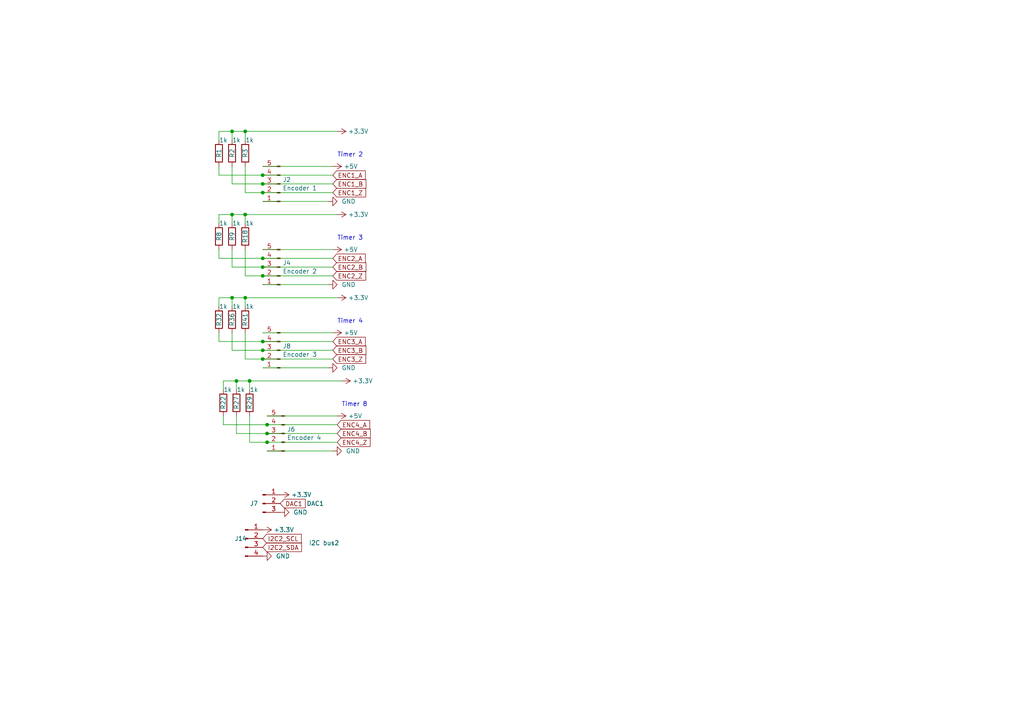
<source format=kicad_sch>
(kicad_sch (version 20230121) (generator eeschema)

  (uuid d19c7c83-0eea-4332-958a-4c973a41eedf)

  (paper "A4")

  (lib_symbols
    (symbol "Connector:Conn_01x03_Pin" (pin_names (offset 1.016) hide) (in_bom yes) (on_board yes)
      (property "Reference" "J" (at 0 5.08 0)
        (effects (font (size 1.27 1.27)))
      )
      (property "Value" "Conn_01x03_Pin" (at 0 -5.08 0)
        (effects (font (size 1.27 1.27)))
      )
      (property "Footprint" "" (at 0 0 0)
        (effects (font (size 1.27 1.27)) hide)
      )
      (property "Datasheet" "~" (at 0 0 0)
        (effects (font (size 1.27 1.27)) hide)
      )
      (property "ki_locked" "" (at 0 0 0)
        (effects (font (size 1.27 1.27)))
      )
      (property "ki_keywords" "connector" (at 0 0 0)
        (effects (font (size 1.27 1.27)) hide)
      )
      (property "ki_description" "Generic connector, single row, 01x03, script generated" (at 0 0 0)
        (effects (font (size 1.27 1.27)) hide)
      )
      (property "ki_fp_filters" "Connector*:*_1x??_*" (at 0 0 0)
        (effects (font (size 1.27 1.27)) hide)
      )
      (symbol "Conn_01x03_Pin_1_1"
        (polyline
          (pts
            (xy 1.27 -2.54)
            (xy 0.8636 -2.54)
          )
          (stroke (width 0.1524) (type default))
          (fill (type none))
        )
        (polyline
          (pts
            (xy 1.27 0)
            (xy 0.8636 0)
          )
          (stroke (width 0.1524) (type default))
          (fill (type none))
        )
        (polyline
          (pts
            (xy 1.27 2.54)
            (xy 0.8636 2.54)
          )
          (stroke (width 0.1524) (type default))
          (fill (type none))
        )
        (rectangle (start 0.8636 -2.413) (end 0 -2.667)
          (stroke (width 0.1524) (type default))
          (fill (type outline))
        )
        (rectangle (start 0.8636 0.127) (end 0 -0.127)
          (stroke (width 0.1524) (type default))
          (fill (type outline))
        )
        (rectangle (start 0.8636 2.667) (end 0 2.413)
          (stroke (width 0.1524) (type default))
          (fill (type outline))
        )
        (pin passive line (at 5.08 2.54 180) (length 3.81)
          (name "Pin_1" (effects (font (size 1.27 1.27))))
          (number "1" (effects (font (size 1.27 1.27))))
        )
        (pin passive line (at 5.08 0 180) (length 3.81)
          (name "Pin_2" (effects (font (size 1.27 1.27))))
          (number "2" (effects (font (size 1.27 1.27))))
        )
        (pin passive line (at 5.08 -2.54 180) (length 3.81)
          (name "Pin_3" (effects (font (size 1.27 1.27))))
          (number "3" (effects (font (size 1.27 1.27))))
        )
      )
    )
    (symbol "Connector:Conn_01x04_Pin" (pin_names (offset 1.016) hide) (in_bom yes) (on_board yes)
      (property "Reference" "J" (at 0 5.08 0)
        (effects (font (size 1.27 1.27)))
      )
      (property "Value" "Conn_01x04_Pin" (at 0 -7.62 0)
        (effects (font (size 1.27 1.27)))
      )
      (property "Footprint" "" (at 0 0 0)
        (effects (font (size 1.27 1.27)) hide)
      )
      (property "Datasheet" "~" (at 0 0 0)
        (effects (font (size 1.27 1.27)) hide)
      )
      (property "ki_locked" "" (at 0 0 0)
        (effects (font (size 1.27 1.27)))
      )
      (property "ki_keywords" "connector" (at 0 0 0)
        (effects (font (size 1.27 1.27)) hide)
      )
      (property "ki_description" "Generic connector, single row, 01x04, script generated" (at 0 0 0)
        (effects (font (size 1.27 1.27)) hide)
      )
      (property "ki_fp_filters" "Connector*:*_1x??_*" (at 0 0 0)
        (effects (font (size 1.27 1.27)) hide)
      )
      (symbol "Conn_01x04_Pin_1_1"
        (polyline
          (pts
            (xy 1.27 -5.08)
            (xy 0.8636 -5.08)
          )
          (stroke (width 0.1524) (type default))
          (fill (type none))
        )
        (polyline
          (pts
            (xy 1.27 -2.54)
            (xy 0.8636 -2.54)
          )
          (stroke (width 0.1524) (type default))
          (fill (type none))
        )
        (polyline
          (pts
            (xy 1.27 0)
            (xy 0.8636 0)
          )
          (stroke (width 0.1524) (type default))
          (fill (type none))
        )
        (polyline
          (pts
            (xy 1.27 2.54)
            (xy 0.8636 2.54)
          )
          (stroke (width 0.1524) (type default))
          (fill (type none))
        )
        (rectangle (start 0.8636 -4.953) (end 0 -5.207)
          (stroke (width 0.1524) (type default))
          (fill (type outline))
        )
        (rectangle (start 0.8636 -2.413) (end 0 -2.667)
          (stroke (width 0.1524) (type default))
          (fill (type outline))
        )
        (rectangle (start 0.8636 0.127) (end 0 -0.127)
          (stroke (width 0.1524) (type default))
          (fill (type outline))
        )
        (rectangle (start 0.8636 2.667) (end 0 2.413)
          (stroke (width 0.1524) (type default))
          (fill (type outline))
        )
        (pin passive line (at 5.08 2.54 180) (length 3.81)
          (name "Pin_1" (effects (font (size 1.27 1.27))))
          (number "1" (effects (font (size 1.27 1.27))))
        )
        (pin passive line (at 5.08 0 180) (length 3.81)
          (name "Pin_2" (effects (font (size 1.27 1.27))))
          (number "2" (effects (font (size 1.27 1.27))))
        )
        (pin passive line (at 5.08 -2.54 180) (length 3.81)
          (name "Pin_3" (effects (font (size 1.27 1.27))))
          (number "3" (effects (font (size 1.27 1.27))))
        )
        (pin passive line (at 5.08 -5.08 180) (length 3.81)
          (name "Pin_4" (effects (font (size 1.27 1.27))))
          (number "4" (effects (font (size 1.27 1.27))))
        )
      )
    )
    (symbol "Connector:Conn_01x05_Pin" (pin_names (offset 1.016) hide) (in_bom yes) (on_board yes)
      (property "Reference" "J" (at 0 7.62 0)
        (effects (font (size 1.27 1.27)))
      )
      (property "Value" "Conn_01x05_Pin" (at 0 -7.62 0)
        (effects (font (size 1.27 1.27)))
      )
      (property "Footprint" "" (at 0 0 0)
        (effects (font (size 1.27 1.27)) hide)
      )
      (property "Datasheet" "~" (at 0 0 0)
        (effects (font (size 1.27 1.27)) hide)
      )
      (property "ki_locked" "" (at 0 0 0)
        (effects (font (size 1.27 1.27)))
      )
      (property "ki_keywords" "connector" (at 0 0 0)
        (effects (font (size 1.27 1.27)) hide)
      )
      (property "ki_description" "Generic connector, single row, 01x05, script generated" (at 0 0 0)
        (effects (font (size 1.27 1.27)) hide)
      )
      (property "ki_fp_filters" "Connector*:*_1x??_*" (at 0 0 0)
        (effects (font (size 1.27 1.27)) hide)
      )
      (symbol "Conn_01x05_Pin_1_1"
        (polyline
          (pts
            (xy 1.27 -5.08)
            (xy 0.8636 -5.08)
          )
          (stroke (width 0.1524) (type default))
          (fill (type none))
        )
        (polyline
          (pts
            (xy 1.27 -2.54)
            (xy 0.8636 -2.54)
          )
          (stroke (width 0.1524) (type default))
          (fill (type none))
        )
        (polyline
          (pts
            (xy 1.27 0)
            (xy 0.8636 0)
          )
          (stroke (width 0.1524) (type default))
          (fill (type none))
        )
        (polyline
          (pts
            (xy 1.27 2.54)
            (xy 0.8636 2.54)
          )
          (stroke (width 0.1524) (type default))
          (fill (type none))
        )
        (polyline
          (pts
            (xy 1.27 5.08)
            (xy 0.8636 5.08)
          )
          (stroke (width 0.1524) (type default))
          (fill (type none))
        )
        (rectangle (start 0.8636 -4.953) (end 0 -5.207)
          (stroke (width 0.1524) (type default))
          (fill (type outline))
        )
        (rectangle (start 0.8636 -2.413) (end 0 -2.667)
          (stroke (width 0.1524) (type default))
          (fill (type outline))
        )
        (rectangle (start 0.8636 0.127) (end 0 -0.127)
          (stroke (width 0.1524) (type default))
          (fill (type outline))
        )
        (rectangle (start 0.8636 2.667) (end 0 2.413)
          (stroke (width 0.1524) (type default))
          (fill (type outline))
        )
        (rectangle (start 0.8636 5.207) (end 0 4.953)
          (stroke (width 0.1524) (type default))
          (fill (type outline))
        )
        (pin passive line (at 5.08 5.08 180) (length 3.81)
          (name "Pin_1" (effects (font (size 1.27 1.27))))
          (number "1" (effects (font (size 1.27 1.27))))
        )
        (pin passive line (at 5.08 2.54 180) (length 3.81)
          (name "Pin_2" (effects (font (size 1.27 1.27))))
          (number "2" (effects (font (size 1.27 1.27))))
        )
        (pin passive line (at 5.08 0 180) (length 3.81)
          (name "Pin_3" (effects (font (size 1.27 1.27))))
          (number "3" (effects (font (size 1.27 1.27))))
        )
        (pin passive line (at 5.08 -2.54 180) (length 3.81)
          (name "Pin_4" (effects (font (size 1.27 1.27))))
          (number "4" (effects (font (size 1.27 1.27))))
        )
        (pin passive line (at 5.08 -5.08 180) (length 3.81)
          (name "Pin_5" (effects (font (size 1.27 1.27))))
          (number "5" (effects (font (size 1.27 1.27))))
        )
      )
    )
    (symbol "Device:R" (pin_numbers hide) (pin_names (offset 0)) (in_bom yes) (on_board yes)
      (property "Reference" "R" (at 2.032 0 90)
        (effects (font (size 1.27 1.27)))
      )
      (property "Value" "R" (at 0 0 90)
        (effects (font (size 1.27 1.27)))
      )
      (property "Footprint" "" (at -1.778 0 90)
        (effects (font (size 1.27 1.27)) hide)
      )
      (property "Datasheet" "~" (at 0 0 0)
        (effects (font (size 1.27 1.27)) hide)
      )
      (property "ki_keywords" "R res resistor" (at 0 0 0)
        (effects (font (size 1.27 1.27)) hide)
      )
      (property "ki_description" "Resistor" (at 0 0 0)
        (effects (font (size 1.27 1.27)) hide)
      )
      (property "ki_fp_filters" "R_*" (at 0 0 0)
        (effects (font (size 1.27 1.27)) hide)
      )
      (symbol "R_0_1"
        (rectangle (start -1.016 -2.54) (end 1.016 2.54)
          (stroke (width 0.254) (type default))
          (fill (type none))
        )
      )
      (symbol "R_1_1"
        (pin passive line (at 0 3.81 270) (length 1.27)
          (name "~" (effects (font (size 1.27 1.27))))
          (number "1" (effects (font (size 1.27 1.27))))
        )
        (pin passive line (at 0 -3.81 90) (length 1.27)
          (name "~" (effects (font (size 1.27 1.27))))
          (number "2" (effects (font (size 1.27 1.27))))
        )
      )
    )
    (symbol "power:+3.3V" (power) (pin_names (offset 0)) (in_bom yes) (on_board yes)
      (property "Reference" "#PWR" (at 0 -3.81 0)
        (effects (font (size 1.27 1.27)) hide)
      )
      (property "Value" "+3.3V" (at 0 3.556 0)
        (effects (font (size 1.27 1.27)))
      )
      (property "Footprint" "" (at 0 0 0)
        (effects (font (size 1.27 1.27)) hide)
      )
      (property "Datasheet" "" (at 0 0 0)
        (effects (font (size 1.27 1.27)) hide)
      )
      (property "ki_keywords" "global power" (at 0 0 0)
        (effects (font (size 1.27 1.27)) hide)
      )
      (property "ki_description" "Power symbol creates a global label with name \"+3.3V\"" (at 0 0 0)
        (effects (font (size 1.27 1.27)) hide)
      )
      (symbol "+3.3V_0_1"
        (polyline
          (pts
            (xy -0.762 1.27)
            (xy 0 2.54)
          )
          (stroke (width 0) (type default))
          (fill (type none))
        )
        (polyline
          (pts
            (xy 0 0)
            (xy 0 2.54)
          )
          (stroke (width 0) (type default))
          (fill (type none))
        )
        (polyline
          (pts
            (xy 0 2.54)
            (xy 0.762 1.27)
          )
          (stroke (width 0) (type default))
          (fill (type none))
        )
      )
      (symbol "+3.3V_1_1"
        (pin power_in line (at 0 0 90) (length 0) hide
          (name "+3.3V" (effects (font (size 1.27 1.27))))
          (number "1" (effects (font (size 1.27 1.27))))
        )
      )
    )
    (symbol "power:+5V" (power) (pin_names (offset 0)) (in_bom yes) (on_board yes)
      (property "Reference" "#PWR" (at 0 -3.81 0)
        (effects (font (size 1.27 1.27)) hide)
      )
      (property "Value" "+5V" (at 0 3.556 0)
        (effects (font (size 1.27 1.27)))
      )
      (property "Footprint" "" (at 0 0 0)
        (effects (font (size 1.27 1.27)) hide)
      )
      (property "Datasheet" "" (at 0 0 0)
        (effects (font (size 1.27 1.27)) hide)
      )
      (property "ki_keywords" "global power" (at 0 0 0)
        (effects (font (size 1.27 1.27)) hide)
      )
      (property "ki_description" "Power symbol creates a global label with name \"+5V\"" (at 0 0 0)
        (effects (font (size 1.27 1.27)) hide)
      )
      (symbol "+5V_0_1"
        (polyline
          (pts
            (xy -0.762 1.27)
            (xy 0 2.54)
          )
          (stroke (width 0) (type default))
          (fill (type none))
        )
        (polyline
          (pts
            (xy 0 0)
            (xy 0 2.54)
          )
          (stroke (width 0) (type default))
          (fill (type none))
        )
        (polyline
          (pts
            (xy 0 2.54)
            (xy 0.762 1.27)
          )
          (stroke (width 0) (type default))
          (fill (type none))
        )
      )
      (symbol "+5V_1_1"
        (pin power_in line (at 0 0 90) (length 0) hide
          (name "+5V" (effects (font (size 1.27 1.27))))
          (number "1" (effects (font (size 1.27 1.27))))
        )
      )
    )
    (symbol "power:GND" (power) (pin_names (offset 0)) (in_bom yes) (on_board yes)
      (property "Reference" "#PWR" (at 0 -6.35 0)
        (effects (font (size 1.27 1.27)) hide)
      )
      (property "Value" "GND" (at 0 -3.81 0)
        (effects (font (size 1.27 1.27)))
      )
      (property "Footprint" "" (at 0 0 0)
        (effects (font (size 1.27 1.27)) hide)
      )
      (property "Datasheet" "" (at 0 0 0)
        (effects (font (size 1.27 1.27)) hide)
      )
      (property "ki_keywords" "global power" (at 0 0 0)
        (effects (font (size 1.27 1.27)) hide)
      )
      (property "ki_description" "Power symbol creates a global label with name \"GND\" , ground" (at 0 0 0)
        (effects (font (size 1.27 1.27)) hide)
      )
      (symbol "GND_0_1"
        (polyline
          (pts
            (xy 0 0)
            (xy 0 -1.27)
            (xy 1.27 -1.27)
            (xy 0 -2.54)
            (xy -1.27 -1.27)
            (xy 0 -1.27)
          )
          (stroke (width 0) (type default))
          (fill (type none))
        )
      )
      (symbol "GND_1_1"
        (pin power_in line (at 0 0 270) (length 0) hide
          (name "GND" (effects (font (size 1.27 1.27))))
          (number "1" (effects (font (size 1.27 1.27))))
        )
      )
    )
  )

  (junction (at 76.2 80.01) (diameter 0) (color 0 0 0 0)
    (uuid 157eeb28-7e9f-4678-ad1b-82c940b205aa)
  )
  (junction (at 76.2 77.47) (diameter 0) (color 0 0 0 0)
    (uuid 1fd61f19-fd7b-4ca8-9109-705eb3ba0282)
  )
  (junction (at 76.2 53.34) (diameter 0) (color 0 0 0 0)
    (uuid 2c81630d-49f6-459b-9f07-d3ed382e7f7c)
  )
  (junction (at 68.58 110.49) (diameter 0) (color 0 0 0 0)
    (uuid 2d7d1489-e412-4bb0-a366-9d2af31289e7)
  )
  (junction (at 76.2 55.88) (diameter 0) (color 0 0 0 0)
    (uuid 390fab64-f3b8-457c-a0e0-cf493d141b9c)
  )
  (junction (at 71.12 86.36) (diameter 0) (color 0 0 0 0)
    (uuid 3ad9020b-fb70-4bed-a433-454ae3bb0ac2)
  )
  (junction (at 76.2 104.14) (diameter 0) (color 0 0 0 0)
    (uuid 586fcfac-36d8-40de-b7c3-8e741cecd384)
  )
  (junction (at 76.2 101.6) (diameter 0) (color 0 0 0 0)
    (uuid 626bc8e7-eebf-486d-9dac-ceb77e53c308)
  )
  (junction (at 71.12 38.1) (diameter 0) (color 0 0 0 0)
    (uuid 725153af-2a16-408e-b485-cb4baab98bdb)
  )
  (junction (at 76.2 50.8) (diameter 0) (color 0 0 0 0)
    (uuid 7864e408-6d07-4db9-a437-e28a56bfb68f)
  )
  (junction (at 71.12 62.23) (diameter 0) (color 0 0 0 0)
    (uuid 79c9320f-6ae9-4927-a958-4ad08e1b69aa)
  )
  (junction (at 76.2 74.93) (diameter 0) (color 0 0 0 0)
    (uuid 8639ce89-0826-4903-96fc-64d1b1388896)
  )
  (junction (at 77.47 128.27) (diameter 0) (color 0 0 0 0)
    (uuid 9386b3d4-2d5a-4cbb-9fae-eaaa7e4e5aaf)
  )
  (junction (at 67.31 38.1) (diameter 0) (color 0 0 0 0)
    (uuid 9ccb2c73-8f7c-42a5-8c80-efd51b417936)
  )
  (junction (at 67.31 62.23) (diameter 0) (color 0 0 0 0)
    (uuid a1d6fc74-ab2c-414f-b365-3c6defd6f95d)
  )
  (junction (at 77.47 123.19) (diameter 0) (color 0 0 0 0)
    (uuid b1f6ef2d-819c-4217-8b1c-f3904fdc2173)
  )
  (junction (at 67.31 86.36) (diameter 0) (color 0 0 0 0)
    (uuid b43883f8-735b-483c-b1d2-289b5a1a6c9c)
  )
  (junction (at 77.47 125.73) (diameter 0) (color 0 0 0 0)
    (uuid ce186696-2d52-497c-937c-f4b2dba55f7b)
  )
  (junction (at 76.2 99.06) (diameter 0) (color 0 0 0 0)
    (uuid d317f92d-0325-4663-8828-01fe240bd0d4)
  )
  (junction (at 72.39 110.49) (diameter 0) (color 0 0 0 0)
    (uuid e1aa9f00-680c-4301-8225-845569c9ee29)
  )

  (wire (pts (xy 71.12 80.01) (xy 76.2 80.01))
    (stroke (width 0) (type default))
    (uuid 01d2d007-d35a-483e-a05e-4033449e3e7d)
  )
  (wire (pts (xy 71.12 62.23) (xy 71.12 64.77))
    (stroke (width 0) (type default))
    (uuid 045cd2ee-53c3-42b4-b17c-56b5cca58fe6)
  )
  (wire (pts (xy 67.31 101.6) (xy 76.2 101.6))
    (stroke (width 0) (type default))
    (uuid 04773424-acd9-4a66-ab72-8b40997cde1d)
  )
  (wire (pts (xy 71.12 38.1) (xy 71.12 40.64))
    (stroke (width 0) (type default))
    (uuid 057f6133-58a3-4b4a-97ff-fe7be0021d92)
  )
  (wire (pts (xy 71.12 86.36) (xy 97.79 86.36))
    (stroke (width 0) (type default))
    (uuid 0b95b840-5781-465f-b758-e71ae1c24da9)
  )
  (wire (pts (xy 63.5 86.36) (xy 67.31 86.36))
    (stroke (width 0) (type default))
    (uuid 13cf5787-6645-4a21-b08f-4afb7c9405f8)
  )
  (wire (pts (xy 63.5 62.23) (xy 67.31 62.23))
    (stroke (width 0) (type default))
    (uuid 160c58f8-e374-4bfe-a7a6-696874ae788c)
  )
  (wire (pts (xy 63.5 64.77) (xy 63.5 62.23))
    (stroke (width 0) (type default))
    (uuid 1bb1c6f2-46a9-4e62-82e9-08e5ec102ddf)
  )
  (wire (pts (xy 72.39 128.27) (xy 77.47 128.27))
    (stroke (width 0) (type default))
    (uuid 206d1bb6-3e19-455a-bee3-33f4e2410e8f)
  )
  (wire (pts (xy 63.5 38.1) (xy 67.31 38.1))
    (stroke (width 0) (type default))
    (uuid 216255a0-12ae-4b6b-900b-a88840295a63)
  )
  (wire (pts (xy 67.31 38.1) (xy 71.12 38.1))
    (stroke (width 0) (type default))
    (uuid 23375de0-208d-4b51-a7ba-8aafad512551)
  )
  (wire (pts (xy 96.52 130.81) (xy 77.47 130.81))
    (stroke (width 0) (type default))
    (uuid 25b48ef2-0cc7-448d-baf6-e41e645cce51)
  )
  (wire (pts (xy 67.31 86.36) (xy 67.31 88.9))
    (stroke (width 0) (type default))
    (uuid 272444fa-cb6e-4d82-8604-8b13be0838e5)
  )
  (wire (pts (xy 71.12 72.39) (xy 71.12 80.01))
    (stroke (width 0) (type default))
    (uuid 2867a1da-8c4d-43c3-b93b-fe2f7147685e)
  )
  (wire (pts (xy 63.5 74.93) (xy 76.2 74.93))
    (stroke (width 0) (type default))
    (uuid 2afc4a80-2851-4be3-a62e-2ef65b105014)
  )
  (wire (pts (xy 64.77 120.65) (xy 64.77 123.19))
    (stroke (width 0) (type default))
    (uuid 2b552aa2-9404-4ddc-b6fe-f1101aaae516)
  )
  (wire (pts (xy 71.12 104.14) (xy 76.2 104.14))
    (stroke (width 0) (type default))
    (uuid 2e4dcb01-b90f-4934-b31b-25d24f935bff)
  )
  (wire (pts (xy 76.2 50.8) (xy 96.52 50.8))
    (stroke (width 0) (type default))
    (uuid 331bfca8-c049-4c6a-a808-2d41e13311e8)
  )
  (wire (pts (xy 71.12 62.23) (xy 97.79 62.23))
    (stroke (width 0) (type default))
    (uuid 3635966d-184e-4c12-84cd-c0c887d19530)
  )
  (wire (pts (xy 67.31 96.52) (xy 67.31 101.6))
    (stroke (width 0) (type default))
    (uuid 4a557729-a191-4f0e-b50e-cb0e89baa087)
  )
  (wire (pts (xy 72.39 120.65) (xy 72.39 128.27))
    (stroke (width 0) (type default))
    (uuid 4b2bbfda-8a4a-4525-b861-df35f601dd55)
  )
  (wire (pts (xy 63.5 88.9) (xy 63.5 86.36))
    (stroke (width 0) (type default))
    (uuid 4e761a1d-b169-4638-a737-da8370aa9e14)
  )
  (wire (pts (xy 77.47 123.19) (xy 97.79 123.19))
    (stroke (width 0) (type default))
    (uuid 58498ee0-71b2-4b57-84ce-fbd317f3ef7a)
  )
  (wire (pts (xy 68.58 120.65) (xy 68.58 125.73))
    (stroke (width 0) (type default))
    (uuid 60db811e-f5c8-4e99-92aa-57425788923d)
  )
  (wire (pts (xy 76.2 55.88) (xy 96.52 55.88))
    (stroke (width 0) (type default))
    (uuid 6affbf2a-bacd-4fa7-aa3b-aa7b2092ca7f)
  )
  (wire (pts (xy 72.39 110.49) (xy 72.39 113.03))
    (stroke (width 0) (type default))
    (uuid 70cb479c-1c45-44db-9247-7ee4c8013842)
  )
  (wire (pts (xy 76.2 104.14) (xy 96.52 104.14))
    (stroke (width 0) (type default))
    (uuid 75ed0fb2-5c41-4040-a9ce-1549e9098150)
  )
  (wire (pts (xy 76.2 77.47) (xy 96.52 77.47))
    (stroke (width 0) (type default))
    (uuid 76f62f94-6047-448e-b0f9-e8e90bba5991)
  )
  (wire (pts (xy 64.77 113.03) (xy 64.77 110.49))
    (stroke (width 0) (type default))
    (uuid 78b1cbd3-481b-4d0e-9e6b-b07438d2acd2)
  )
  (wire (pts (xy 96.52 96.52) (xy 76.2 96.52))
    (stroke (width 0) (type default))
    (uuid 7a09a254-a3ee-4b95-981a-438321453ae3)
  )
  (wire (pts (xy 63.5 96.52) (xy 63.5 99.06))
    (stroke (width 0) (type default))
    (uuid 7aff91c0-e86f-47f3-ab61-17e7d04a66de)
  )
  (wire (pts (xy 64.77 110.49) (xy 68.58 110.49))
    (stroke (width 0) (type default))
    (uuid 7e96709f-58d6-49d5-8091-d75e2063a809)
  )
  (wire (pts (xy 67.31 38.1) (xy 67.31 40.64))
    (stroke (width 0) (type default))
    (uuid 83b6a014-7104-47c7-a53c-3dfe5cc5e5e9)
  )
  (wire (pts (xy 63.5 50.8) (xy 76.2 50.8))
    (stroke (width 0) (type default))
    (uuid 84e05d6a-6b62-46ca-a0e3-fbe26d4025ee)
  )
  (wire (pts (xy 97.79 120.65) (xy 77.47 120.65))
    (stroke (width 0) (type default))
    (uuid 8516426f-03fd-4cd4-b0c0-f48739edce35)
  )
  (wire (pts (xy 76.2 101.6) (xy 96.52 101.6))
    (stroke (width 0) (type default))
    (uuid 8bce499d-619d-4ae6-b109-573ed87783f6)
  )
  (wire (pts (xy 76.2 99.06) (xy 96.52 99.06))
    (stroke (width 0) (type default))
    (uuid 91537e44-781e-4676-b4d4-e08b8a159e06)
  )
  (wire (pts (xy 71.12 38.1) (xy 97.79 38.1))
    (stroke (width 0) (type default))
    (uuid 98525c6a-621e-44f5-bf72-f457738ba2ae)
  )
  (wire (pts (xy 63.5 40.64) (xy 63.5 38.1))
    (stroke (width 0) (type default))
    (uuid 98db0e59-fbf7-486c-ab38-e923807de071)
  )
  (wire (pts (xy 63.5 72.39) (xy 63.5 74.93))
    (stroke (width 0) (type default))
    (uuid a42da3b9-2171-485b-a536-3f206158b652)
  )
  (wire (pts (xy 71.12 48.26) (xy 71.12 55.88))
    (stroke (width 0) (type default))
    (uuid a72bb99b-132f-4c9d-9ebc-83f035446577)
  )
  (wire (pts (xy 63.5 48.26) (xy 63.5 50.8))
    (stroke (width 0) (type default))
    (uuid b100b0f1-42a8-4e6f-91aa-0bce6857304e)
  )
  (wire (pts (xy 76.2 53.34) (xy 96.52 53.34))
    (stroke (width 0) (type default))
    (uuid b122cac1-9511-424c-878c-075a520f075c)
  )
  (wire (pts (xy 96.52 72.39) (xy 76.2 72.39))
    (stroke (width 0) (type default))
    (uuid bc516e96-4dd8-4e74-be1e-a8ff92736019)
  )
  (wire (pts (xy 72.39 110.49) (xy 99.06 110.49))
    (stroke (width 0) (type default))
    (uuid c7fc9a9b-558e-4828-bcb7-8f8ab5dccaf1)
  )
  (wire (pts (xy 68.58 110.49) (xy 72.39 110.49))
    (stroke (width 0) (type default))
    (uuid cdd97728-36f0-43f7-b59a-8caf6f513ba6)
  )
  (wire (pts (xy 77.47 125.73) (xy 97.79 125.73))
    (stroke (width 0) (type default))
    (uuid d0a4dfb0-132d-469b-afd5-1d49cb8476b2)
  )
  (wire (pts (xy 95.25 58.42) (xy 76.2 58.42))
    (stroke (width 0) (type default))
    (uuid d37fd46d-583f-4119-9c87-2eb4b532fd30)
  )
  (wire (pts (xy 67.31 72.39) (xy 67.31 77.47))
    (stroke (width 0) (type default))
    (uuid d5b58e10-992d-4c57-bbbf-9f90666153e7)
  )
  (wire (pts (xy 68.58 110.49) (xy 68.58 113.03))
    (stroke (width 0) (type default))
    (uuid d8806986-f5dc-4dc8-bac2-f59abdcd597f)
  )
  (wire (pts (xy 67.31 86.36) (xy 71.12 86.36))
    (stroke (width 0) (type default))
    (uuid d9018ae9-85d6-475f-a3c8-1a743d744e4c)
  )
  (wire (pts (xy 96.52 48.26) (xy 76.2 48.26))
    (stroke (width 0) (type default))
    (uuid dd96847e-382e-4dad-88ac-2eca6ad76206)
  )
  (wire (pts (xy 67.31 77.47) (xy 76.2 77.47))
    (stroke (width 0) (type default))
    (uuid dd9d2d22-6997-4883-9e3e-f759e7179963)
  )
  (wire (pts (xy 95.25 106.68) (xy 76.2 106.68))
    (stroke (width 0) (type default))
    (uuid e0c2008e-1d9e-443f-9272-e20c6da3e175)
  )
  (wire (pts (xy 67.31 48.26) (xy 67.31 53.34))
    (stroke (width 0) (type default))
    (uuid e1cad341-96b3-46e4-8010-1d9a561e7c61)
  )
  (wire (pts (xy 71.12 55.88) (xy 76.2 55.88))
    (stroke (width 0) (type default))
    (uuid e276f934-97eb-48e8-a4c2-3c220f8b431d)
  )
  (wire (pts (xy 63.5 99.06) (xy 76.2 99.06))
    (stroke (width 0) (type default))
    (uuid e5060005-f1a2-4637-aa1a-cb3bf58a4c0a)
  )
  (wire (pts (xy 77.47 128.27) (xy 97.79 128.27))
    (stroke (width 0) (type default))
    (uuid e6412773-1642-4a1d-9c47-76158232a6b2)
  )
  (wire (pts (xy 71.12 96.52) (xy 71.12 104.14))
    (stroke (width 0) (type default))
    (uuid e7949f5d-4e8d-41c7-bb68-e2637d4c1417)
  )
  (wire (pts (xy 67.31 53.34) (xy 76.2 53.34))
    (stroke (width 0) (type default))
    (uuid e7f845c5-b0c6-47b1-9218-810566114c20)
  )
  (wire (pts (xy 76.2 74.93) (xy 96.52 74.93))
    (stroke (width 0) (type default))
    (uuid e80a5fc3-bda8-448c-be9e-8641f6014e2a)
  )
  (wire (pts (xy 76.2 80.01) (xy 96.52 80.01))
    (stroke (width 0) (type default))
    (uuid ede4f41d-1b82-40a8-9c82-075eb262a196)
  )
  (wire (pts (xy 95.25 82.55) (xy 76.2 82.55))
    (stroke (width 0) (type default))
    (uuid eefc93d7-6060-4af3-bd57-aa24f4391023)
  )
  (wire (pts (xy 71.12 86.36) (xy 71.12 88.9))
    (stroke (width 0) (type default))
    (uuid f03b403c-90ce-45e1-b46d-a0069802ef38)
  )
  (wire (pts (xy 67.31 62.23) (xy 67.31 64.77))
    (stroke (width 0) (type default))
    (uuid f58b20cd-cc51-4740-8cd9-bb6099f417f0)
  )
  (wire (pts (xy 67.31 62.23) (xy 71.12 62.23))
    (stroke (width 0) (type default))
    (uuid f5a429e8-476e-44e4-b2fe-8f251ba233e3)
  )
  (wire (pts (xy 64.77 123.19) (xy 77.47 123.19))
    (stroke (width 0) (type default))
    (uuid fb5111c4-681f-4cc1-adb0-76790bcf68c0)
  )
  (wire (pts (xy 68.58 125.73) (xy 77.47 125.73))
    (stroke (width 0) (type default))
    (uuid fcc6d3fc-326b-46fd-af46-637c365f9461)
  )

  (text "Timer 4" (at 97.79 93.98 0)
    (effects (font (size 1.27 1.27)) (justify left bottom))
    (uuid 2c4522d0-1725-40cd-9bd6-d968168606cc)
  )
  (text "Timer 8" (at 99.06 118.11 0)
    (effects (font (size 1.27 1.27)) (justify left bottom))
    (uuid 7eb1ab64-fcc6-43b8-ae27-b979c956bcd2)
  )
  (text "Timer 3" (at 97.79 69.85 0)
    (effects (font (size 1.27 1.27)) (justify left bottom))
    (uuid 89cac169-bf3c-45a2-8393-89ff70766aac)
  )
  (text "Timer 2" (at 97.79 45.72 0)
    (effects (font (size 1.27 1.27)) (justify left bottom))
    (uuid fa9f0f87-49ac-461d-b6e7-b6dd056a4cff)
  )

  (global_label "ENC3_B" (shape input) (at 96.52 101.6 0) (fields_autoplaced)
    (effects (font (size 1.27 1.27)) (justify left))
    (uuid 14faecf6-d6b2-402c-95fd-e1b28553bfca)
    (property "Intersheetrefs" "${INTERSHEET_REFS}" (at 106.7018 101.6 0)
      (effects (font (size 1.27 1.27)) (justify left) hide)
    )
  )
  (global_label "I2C2_SCL" (shape input) (at 76.2 156.21 0) (fields_autoplaced)
    (effects (font (size 1.27 1.27)) (justify left))
    (uuid 2cb11ce6-f08b-4c4d-9fad-9c9e44fb3a08)
    (property "Intersheetrefs" "${INTERSHEET_REFS}" (at 87.9542 156.21 0)
      (effects (font (size 1.27 1.27)) (justify left) hide)
    )
  )
  (global_label "ENC1_Z" (shape input) (at 96.52 55.88 0) (fields_autoplaced)
    (effects (font (size 1.27 1.27)) (justify left))
    (uuid 35bdbc47-86b7-4683-a433-18251bcb5386)
    (property "Intersheetrefs" "${INTERSHEET_REFS}" (at 106.6413 55.88 0)
      (effects (font (size 1.27 1.27)) (justify left) hide)
    )
  )
  (global_label "ENC2_B" (shape input) (at 96.52 77.47 0) (fields_autoplaced)
    (effects (font (size 1.27 1.27)) (justify left))
    (uuid 4501b0fd-3843-4747-83a9-f557cee20110)
    (property "Intersheetrefs" "${INTERSHEET_REFS}" (at 106.7018 77.47 0)
      (effects (font (size 1.27 1.27)) (justify left) hide)
    )
  )
  (global_label "ENC4_B" (shape input) (at 97.79 125.73 0) (fields_autoplaced)
    (effects (font (size 1.27 1.27)) (justify left))
    (uuid 4e5697ca-2762-4d52-a42d-942bdb1682a3)
    (property "Intersheetrefs" "${INTERSHEET_REFS}" (at 107.9718 125.73 0)
      (effects (font (size 1.27 1.27)) (justify left) hide)
    )
  )
  (global_label "I2C2_SDA" (shape input) (at 76.2 158.75 0) (fields_autoplaced)
    (effects (font (size 1.27 1.27)) (justify left))
    (uuid 8f526e05-0236-4d76-9ea1-332e79182fa7)
    (property "Intersheetrefs" "${INTERSHEET_REFS}" (at 88.0147 158.75 0)
      (effects (font (size 1.27 1.27)) (justify left) hide)
    )
  )
  (global_label "ENC3_Z" (shape input) (at 96.52 104.14 0) (fields_autoplaced)
    (effects (font (size 1.27 1.27)) (justify left))
    (uuid 945238da-0c96-4ac9-a594-8a767fd0b851)
    (property "Intersheetrefs" "${INTERSHEET_REFS}" (at 106.6413 104.14 0)
      (effects (font (size 1.27 1.27)) (justify left) hide)
    )
  )
  (global_label "ENC3_A" (shape input) (at 96.52 99.06 0) (fields_autoplaced)
    (effects (font (size 1.27 1.27)) (justify left))
    (uuid af22460a-9214-47af-9073-c9c7c52974ef)
    (property "Intersheetrefs" "${INTERSHEET_REFS}" (at 106.5204 99.06 0)
      (effects (font (size 1.27 1.27)) (justify left) hide)
    )
  )
  (global_label "ENC4_Z" (shape input) (at 97.79 128.27 0) (fields_autoplaced)
    (effects (font (size 1.27 1.27)) (justify left))
    (uuid c9b6c96d-cd7c-4340-8338-815a47c8323b)
    (property "Intersheetrefs" "${INTERSHEET_REFS}" (at 107.9113 128.27 0)
      (effects (font (size 1.27 1.27)) (justify left) hide)
    )
  )
  (global_label "ENC1_B" (shape input) (at 96.52 53.34 0) (fields_autoplaced)
    (effects (font (size 1.27 1.27)) (justify left))
    (uuid d1781794-7c91-4ed8-abd5-3f9558cf3518)
    (property "Intersheetrefs" "${INTERSHEET_REFS}" (at 106.7018 53.34 0)
      (effects (font (size 1.27 1.27)) (justify left) hide)
    )
  )
  (global_label "ENC1_A" (shape input) (at 96.52 50.8 0) (fields_autoplaced)
    (effects (font (size 1.27 1.27)) (justify left))
    (uuid d51cd91e-9f2c-4687-8fe1-5ee6a9ee0452)
    (property "Intersheetrefs" "${INTERSHEET_REFS}" (at 106.5204 50.8 0)
      (effects (font (size 1.27 1.27)) (justify left) hide)
    )
  )
  (global_label "DAC1" (shape input) (at 81.28 146.05 0) (fields_autoplaced)
    (effects (font (size 1.27 1.27)) (justify left))
    (uuid de04da32-754e-44b2-8ca8-6e8bbaf10351)
    (property "Intersheetrefs" "${INTERSHEET_REFS}" (at 89.1033 146.05 0)
      (effects (font (size 1.27 1.27)) (justify left) hide)
    )
  )
  (global_label "ENC2_Z" (shape input) (at 96.52 80.01 0) (fields_autoplaced)
    (effects (font (size 1.27 1.27)) (justify left))
    (uuid eacc2441-ff28-432a-90eb-4afa3f305f37)
    (property "Intersheetrefs" "${INTERSHEET_REFS}" (at 106.6413 80.01 0)
      (effects (font (size 1.27 1.27)) (justify left) hide)
    )
  )
  (global_label "ENC4_A" (shape input) (at 97.79 123.19 0) (fields_autoplaced)
    (effects (font (size 1.27 1.27)) (justify left))
    (uuid ede40ecb-d8e9-4a9b-b04f-920a301e47cd)
    (property "Intersheetrefs" "${INTERSHEET_REFS}" (at 107.7904 123.19 0)
      (effects (font (size 1.27 1.27)) (justify left) hide)
    )
  )
  (global_label "ENC2_A" (shape input) (at 96.52 74.93 0) (fields_autoplaced)
    (effects (font (size 1.27 1.27)) (justify left))
    (uuid efa6bac0-59ec-4562-9263-bd4bf3a07132)
    (property "Intersheetrefs" "${INTERSHEET_REFS}" (at 106.5204 74.93 0)
      (effects (font (size 1.27 1.27)) (justify left) hide)
    )
  )

  (symbol (lib_id "power:GND") (at 76.2 161.29 90) (unit 1)
    (in_bom yes) (on_board yes) (dnp no)
    (uuid 0761c69a-1fc9-4962-8b61-39505ef3e4c1)
    (property "Reference" "#PWR?" (at 82.55 161.29 0)
      (effects (font (size 1.27 1.27)) hide)
    )
    (property "Value" "GND" (at 80.01 161.29 90)
      (effects (font (size 1.27 1.27)) (justify right))
    )
    (property "Footprint" "" (at 76.2 161.29 0)
      (effects (font (size 1.27 1.27)) hide)
    )
    (property "Datasheet" "" (at 76.2 161.29 0)
      (effects (font (size 1.27 1.27)) hide)
    )
    (pin "1" (uuid 23f3c69e-afb4-43bf-9acc-6d55efc294d7))
    (instances
      (project "Ax58100-stm32-ethercat"
        (path "/5597aedc-b607-407f-bbfd-31b3b298ecb1/d564400f-40ba-4aca-9c2a-14ec52a8353b"
          (reference "#PWR?") (unit 1)
        )
        (path "/5597aedc-b607-407f-bbfd-31b3b298ecb1/0a376a6c-0f15-42f8-81f6-3a55619be267"
          (reference "#PWR0108") (unit 1)
        )
      )
    )
  )

  (symbol (lib_id "power:GND") (at 95.25 82.55 90) (unit 1)
    (in_bom yes) (on_board yes) (dnp no)
    (uuid 083c793c-25c4-4795-b5f5-bc06ddfe8604)
    (property "Reference" "#PWR?" (at 101.6 82.55 0)
      (effects (font (size 1.27 1.27)) hide)
    )
    (property "Value" "GND" (at 99.06 82.55 90)
      (effects (font (size 1.27 1.27)) (justify right))
    )
    (property "Footprint" "" (at 95.25 82.55 0)
      (effects (font (size 1.27 1.27)) hide)
    )
    (property "Datasheet" "" (at 95.25 82.55 0)
      (effects (font (size 1.27 1.27)) hide)
    )
    (pin "1" (uuid f8855c24-f07a-4a5c-aa93-111c38c54998))
    (instances
      (project "Ax58100-stm32-ethercat"
        (path "/5597aedc-b607-407f-bbfd-31b3b298ecb1/d564400f-40ba-4aca-9c2a-14ec52a8353b"
          (reference "#PWR?") (unit 1)
        )
        (path "/5597aedc-b607-407f-bbfd-31b3b298ecb1/0a376a6c-0f15-42f8-81f6-3a55619be267"
          (reference "#PWR0112") (unit 1)
        )
      )
    )
  )

  (symbol (lib_id "power:+3.3V") (at 99.06 110.49 270) (unit 1)
    (in_bom yes) (on_board yes) (dnp no) (fields_autoplaced)
    (uuid 0bcd9313-325f-465a-a506-22e07ba3dd34)
    (property "Reference" "#PWR?" (at 95.25 110.49 0)
      (effects (font (size 1.27 1.27)) hide)
    )
    (property "Value" "+3.3V" (at 102.235 110.49 90)
      (effects (font (size 1.27 1.27)) (justify left))
    )
    (property "Footprint" "" (at 99.06 110.49 0)
      (effects (font (size 1.27 1.27)) hide)
    )
    (property "Datasheet" "" (at 99.06 110.49 0)
      (effects (font (size 1.27 1.27)) hide)
    )
    (pin "1" (uuid 12cbe4d8-e548-42e4-8ed0-1663c1c72f12))
    (instances
      (project "Ax58100-stm32-ethercat"
        (path "/5597aedc-b607-407f-bbfd-31b3b298ecb1/d564400f-40ba-4aca-9c2a-14ec52a8353b"
          (reference "#PWR?") (unit 1)
        )
        (path "/5597aedc-b607-407f-bbfd-31b3b298ecb1/0a376a6c-0f15-42f8-81f6-3a55619be267"
          (reference "#PWR0122") (unit 1)
        )
      )
    )
  )

  (symbol (lib_id "Device:R") (at 71.12 92.71 180) (unit 1)
    (in_bom yes) (on_board yes) (dnp no)
    (uuid 10d87c4c-c4d6-4df7-b739-131249afa699)
    (property "Reference" "R41" (at 71.12 92.71 90)
      (effects (font (size 1.27 1.27)))
    )
    (property "Value" "1k" (at 72.39 88.9 0)
      (effects (font (size 1.27 1.27)))
    )
    (property "Footprint" "Resistor_SMD:R_0805_2012Metric" (at 72.898 92.71 90)
      (effects (font (size 1.27 1.27)) hide)
    )
    (property "Datasheet" "~" (at 71.12 92.71 0)
      (effects (font (size 1.27 1.27)) hide)
    )
    (pin "1" (uuid 47639c9d-1d96-4116-8203-161985cc905d))
    (pin "2" (uuid a52f2ffa-2584-41b0-832b-a1b5cdb8c45a))
    (instances
      (project "Ax58100-stm32-ethercat"
        (path "/5597aedc-b607-407f-bbfd-31b3b298ecb1/0a376a6c-0f15-42f8-81f6-3a55619be267"
          (reference "R41") (unit 1)
        )
      )
    )
  )

  (symbol (lib_id "Device:R") (at 63.5 68.58 180) (unit 1)
    (in_bom yes) (on_board yes) (dnp no)
    (uuid 13a82430-c8ee-4250-a3cb-e52cb6a30faa)
    (property "Reference" "R8" (at 63.5 68.58 90)
      (effects (font (size 1.27 1.27)))
    )
    (property "Value" "1k" (at 64.77 64.77 0)
      (effects (font (size 1.27 1.27)))
    )
    (property "Footprint" "Resistor_SMD:R_0805_2012Metric" (at 65.278 68.58 90)
      (effects (font (size 1.27 1.27)) hide)
    )
    (property "Datasheet" "~" (at 63.5 68.58 0)
      (effects (font (size 1.27 1.27)) hide)
    )
    (pin "1" (uuid 5832c5ba-1250-4b60-950a-508431c4307c))
    (pin "2" (uuid 54632a52-1c29-46a3-8873-d89cd21ad170))
    (instances
      (project "Ax58100-stm32-ethercat"
        (path "/5597aedc-b607-407f-bbfd-31b3b298ecb1/0a376a6c-0f15-42f8-81f6-3a55619be267"
          (reference "R8") (unit 1)
        )
      )
    )
  )

  (symbol (lib_id "Connector:Conn_01x05_Pin") (at 81.28 101.6 180) (unit 1)
    (in_bom yes) (on_board yes) (dnp no) (fields_autoplaced)
    (uuid 1c84a65c-5122-4a9d-93c5-c95fdce8d967)
    (property "Reference" "J8" (at 81.9912 100.3879 0)
      (effects (font (size 1.27 1.27)) (justify right))
    )
    (property "Value" "Encoder 3" (at 81.9912 102.8121 0)
      (effects (font (size 1.27 1.27)) (justify right))
    )
    (property "Footprint" "Connector_JST:JST_XH_B5B-XH-A_1x05_P2.50mm_Vertical" (at 81.28 101.6 0)
      (effects (font (size 1.27 1.27)) hide)
    )
    (property "Datasheet" "~" (at 81.28 101.6 0)
      (effects (font (size 1.27 1.27)) hide)
    )
    (pin "1" (uuid f7c5daaa-0546-4aea-86c2-6fba5a1c11c4))
    (pin "2" (uuid 847c7657-caf0-439f-ae01-b2f93c3a0f10))
    (pin "3" (uuid c1aafd2b-da0f-4a34-a9ba-62811b6d8588))
    (pin "4" (uuid 5389b8f8-f6f1-4a81-86fc-36b270e9e779))
    (pin "5" (uuid 0d505531-e434-4969-b3d5-470caf1c249d))
    (instances
      (project "Ax58100-stm32-ethercat"
        (path "/5597aedc-b607-407f-bbfd-31b3b298ecb1/0a376a6c-0f15-42f8-81f6-3a55619be267"
          (reference "J8") (unit 1)
        )
      )
    )
  )

  (symbol (lib_id "Device:R") (at 67.31 44.45 180) (unit 1)
    (in_bom yes) (on_board yes) (dnp no)
    (uuid 1f6cd783-9186-4110-918c-22956cf2a8ab)
    (property "Reference" "R2" (at 67.31 44.45 90)
      (effects (font (size 1.27 1.27)))
    )
    (property "Value" "1k" (at 68.58 40.64 0)
      (effects (font (size 1.27 1.27)))
    )
    (property "Footprint" "Resistor_SMD:R_0805_2012Metric" (at 69.088 44.45 90)
      (effects (font (size 1.27 1.27)) hide)
    )
    (property "Datasheet" "~" (at 67.31 44.45 0)
      (effects (font (size 1.27 1.27)) hide)
    )
    (pin "1" (uuid 12c26344-7596-4c8f-af8f-9e9efe4b161a))
    (pin "2" (uuid 844a6691-8752-45a1-8292-2f0d78e136be))
    (instances
      (project "Ax58100-stm32-ethercat"
        (path "/5597aedc-b607-407f-bbfd-31b3b298ecb1/0a376a6c-0f15-42f8-81f6-3a55619be267"
          (reference "R2") (unit 1)
        )
      )
    )
  )

  (symbol (lib_id "power:+3.3V") (at 81.28 143.51 270) (unit 1)
    (in_bom yes) (on_board yes) (dnp no) (fields_autoplaced)
    (uuid 2dc883a3-f3cc-421d-baac-6893368446a6)
    (property "Reference" "#PWR?" (at 77.47 143.51 0)
      (effects (font (size 1.27 1.27)) hide)
    )
    (property "Value" "+3.3V" (at 84.455 143.51 90)
      (effects (font (size 1.27 1.27)) (justify left))
    )
    (property "Footprint" "" (at 81.28 143.51 0)
      (effects (font (size 1.27 1.27)) hide)
    )
    (property "Datasheet" "" (at 81.28 143.51 0)
      (effects (font (size 1.27 1.27)) hide)
    )
    (pin "1" (uuid 75177a4e-e439-4047-942d-4a88b4b2dd4e))
    (instances
      (project "Ax58100-stm32-ethercat"
        (path "/5597aedc-b607-407f-bbfd-31b3b298ecb1/d564400f-40ba-4aca-9c2a-14ec52a8353b"
          (reference "#PWR?") (unit 1)
        )
        (path "/5597aedc-b607-407f-bbfd-31b3b298ecb1/0a376a6c-0f15-42f8-81f6-3a55619be267"
          (reference "#PWR0109") (unit 1)
        )
      )
    )
  )

  (symbol (lib_id "Device:R") (at 64.77 116.84 180) (unit 1)
    (in_bom yes) (on_board yes) (dnp no)
    (uuid 392ac5db-26e1-4917-a929-e966ccef6bd2)
    (property "Reference" "R22" (at 64.77 116.84 90)
      (effects (font (size 1.27 1.27)))
    )
    (property "Value" "1k" (at 66.04 113.03 0)
      (effects (font (size 1.27 1.27)))
    )
    (property "Footprint" "Resistor_SMD:R_0805_2012Metric" (at 66.548 116.84 90)
      (effects (font (size 1.27 1.27)) hide)
    )
    (property "Datasheet" "~" (at 64.77 116.84 0)
      (effects (font (size 1.27 1.27)) hide)
    )
    (pin "1" (uuid 71deb045-33bc-45f2-bdde-da80f96b573a))
    (pin "2" (uuid c64dd24f-7c01-4159-909b-3504dfef6bf0))
    (instances
      (project "Ax58100-stm32-ethercat"
        (path "/5597aedc-b607-407f-bbfd-31b3b298ecb1/0a376a6c-0f15-42f8-81f6-3a55619be267"
          (reference "R22") (unit 1)
        )
      )
    )
  )

  (symbol (lib_id "power:GND") (at 81.28 148.59 90) (unit 1)
    (in_bom yes) (on_board yes) (dnp no)
    (uuid 3d84c445-419a-49a4-a6f9-f30cece7333a)
    (property "Reference" "#PWR?" (at 87.63 148.59 0)
      (effects (font (size 1.27 1.27)) hide)
    )
    (property "Value" "GND" (at 85.09 148.59 90)
      (effects (font (size 1.27 1.27)) (justify right))
    )
    (property "Footprint" "" (at 81.28 148.59 0)
      (effects (font (size 1.27 1.27)) hide)
    )
    (property "Datasheet" "" (at 81.28 148.59 0)
      (effects (font (size 1.27 1.27)) hide)
    )
    (pin "1" (uuid 4a20576e-c962-40f8-909a-4a006b523bc7))
    (instances
      (project "Ax58100-stm32-ethercat"
        (path "/5597aedc-b607-407f-bbfd-31b3b298ecb1/d564400f-40ba-4aca-9c2a-14ec52a8353b"
          (reference "#PWR?") (unit 1)
        )
        (path "/5597aedc-b607-407f-bbfd-31b3b298ecb1/0a376a6c-0f15-42f8-81f6-3a55619be267"
          (reference "#PWR0110") (unit 1)
        )
      )
    )
  )

  (symbol (lib_id "power:+3.3V") (at 97.79 62.23 270) (unit 1)
    (in_bom yes) (on_board yes) (dnp no) (fields_autoplaced)
    (uuid 4ac459e2-a995-4ba9-9410-ee67142c11fe)
    (property "Reference" "#PWR?" (at 93.98 62.23 0)
      (effects (font (size 1.27 1.27)) hide)
    )
    (property "Value" "+3.3V" (at 100.965 62.23 90)
      (effects (font (size 1.27 1.27)) (justify left))
    )
    (property "Footprint" "" (at 97.79 62.23 0)
      (effects (font (size 1.27 1.27)) hide)
    )
    (property "Datasheet" "" (at 97.79 62.23 0)
      (effects (font (size 1.27 1.27)) hide)
    )
    (pin "1" (uuid b5a796f8-f145-4f9c-a19d-5ec662ca48fc))
    (instances
      (project "Ax58100-stm32-ethercat"
        (path "/5597aedc-b607-407f-bbfd-31b3b298ecb1/d564400f-40ba-4aca-9c2a-14ec52a8353b"
          (reference "#PWR?") (unit 1)
        )
        (path "/5597aedc-b607-407f-bbfd-31b3b298ecb1/0a376a6c-0f15-42f8-81f6-3a55619be267"
          (reference "#PWR0119") (unit 1)
        )
      )
    )
  )

  (symbol (lib_id "Device:R") (at 67.31 92.71 180) (unit 1)
    (in_bom yes) (on_board yes) (dnp no)
    (uuid 4fb33cd9-ab35-41e8-9f9e-8140f99baa4f)
    (property "Reference" "R36" (at 67.31 92.71 90)
      (effects (font (size 1.27 1.27)))
    )
    (property "Value" "1k" (at 68.58 88.9 0)
      (effects (font (size 1.27 1.27)))
    )
    (property "Footprint" "Resistor_SMD:R_0805_2012Metric" (at 69.088 92.71 90)
      (effects (font (size 1.27 1.27)) hide)
    )
    (property "Datasheet" "~" (at 67.31 92.71 0)
      (effects (font (size 1.27 1.27)) hide)
    )
    (pin "1" (uuid 80c2d502-1889-473e-ae1e-fe3e4abd8815))
    (pin "2" (uuid f539fb75-f3a5-48aa-aaa8-9947fdfc44d7))
    (instances
      (project "Ax58100-stm32-ethercat"
        (path "/5597aedc-b607-407f-bbfd-31b3b298ecb1/0a376a6c-0f15-42f8-81f6-3a55619be267"
          (reference "R36") (unit 1)
        )
      )
    )
  )

  (symbol (lib_id "Connector:Conn_01x03_Pin") (at 76.2 146.05 0) (unit 1)
    (in_bom yes) (on_board yes) (dnp no)
    (uuid 5333effc-7687-4ee9-907a-50564ca8d5a9)
    (property "Reference" "J7" (at 73.66 146.05 0)
      (effects (font (size 1.27 1.27)))
    )
    (property "Value" "DAC1" (at 91.44 146.05 0)
      (effects (font (size 1.27 1.27)))
    )
    (property "Footprint" "Connector_JST:JST_XH_B3B-XH-A_1x03_P2.50mm_Vertical" (at 76.2 146.05 0)
      (effects (font (size 1.27 1.27)) hide)
    )
    (property "Datasheet" "~" (at 76.2 146.05 0)
      (effects (font (size 1.27 1.27)) hide)
    )
    (pin "1" (uuid a649c18c-970a-43f0-b9db-30cfc3e56058))
    (pin "3" (uuid c1a91b41-d4bb-457e-b0d5-5e5a8a7c21e3))
    (pin "2" (uuid 5bf3ceb0-d975-4ee0-960b-e957ee85ddcf))
    (instances
      (project "Ax58100-stm32-ethercat"
        (path "/5597aedc-b607-407f-bbfd-31b3b298ecb1/0a376a6c-0f15-42f8-81f6-3a55619be267"
          (reference "J7") (unit 1)
        )
      )
    )
  )

  (symbol (lib_id "power:GND") (at 95.25 58.42 90) (unit 1)
    (in_bom yes) (on_board yes) (dnp no)
    (uuid 558e8d30-44fb-4bb4-9e86-77cebf4defc1)
    (property "Reference" "#PWR?" (at 101.6 58.42 0)
      (effects (font (size 1.27 1.27)) hide)
    )
    (property "Value" "GND" (at 99.06 58.42 90)
      (effects (font (size 1.27 1.27)) (justify right))
    )
    (property "Footprint" "" (at 95.25 58.42 0)
      (effects (font (size 1.27 1.27)) hide)
    )
    (property "Datasheet" "" (at 95.25 58.42 0)
      (effects (font (size 1.27 1.27)) hide)
    )
    (pin "1" (uuid 33623f8b-7963-47a3-81d9-bf347e264dbf))
    (instances
      (project "Ax58100-stm32-ethercat"
        (path "/5597aedc-b607-407f-bbfd-31b3b298ecb1/d564400f-40ba-4aca-9c2a-14ec52a8353b"
          (reference "#PWR?") (unit 1)
        )
        (path "/5597aedc-b607-407f-bbfd-31b3b298ecb1/0a376a6c-0f15-42f8-81f6-3a55619be267"
          (reference "#PWR0111") (unit 1)
        )
      )
    )
  )

  (symbol (lib_id "Device:R") (at 71.12 44.45 180) (unit 1)
    (in_bom yes) (on_board yes) (dnp no)
    (uuid 60d91c1b-c1ae-4fea-a103-74cf4adc6ef3)
    (property "Reference" "R3" (at 71.12 44.45 90)
      (effects (font (size 1.27 1.27)))
    )
    (property "Value" "1k" (at 72.39 40.64 0)
      (effects (font (size 1.27 1.27)))
    )
    (property "Footprint" "Resistor_SMD:R_0805_2012Metric" (at 72.898 44.45 90)
      (effects (font (size 1.27 1.27)) hide)
    )
    (property "Datasheet" "~" (at 71.12 44.45 0)
      (effects (font (size 1.27 1.27)) hide)
    )
    (pin "1" (uuid df8f8ed2-da37-464e-b904-951ca39108a8))
    (pin "2" (uuid 7cab4630-1636-418a-b118-bd4231413c30))
    (instances
      (project "Ax58100-stm32-ethercat"
        (path "/5597aedc-b607-407f-bbfd-31b3b298ecb1/0a376a6c-0f15-42f8-81f6-3a55619be267"
          (reference "R3") (unit 1)
        )
      )
    )
  )

  (symbol (lib_id "Device:R") (at 63.5 44.45 180) (unit 1)
    (in_bom yes) (on_board yes) (dnp no)
    (uuid 6205b81a-3f1e-4c02-9f7e-21413744183e)
    (property "Reference" "R1" (at 63.5 44.45 90)
      (effects (font (size 1.27 1.27)))
    )
    (property "Value" "1k" (at 64.77 40.64 0)
      (effects (font (size 1.27 1.27)))
    )
    (property "Footprint" "Resistor_SMD:R_0805_2012Metric" (at 65.278 44.45 90)
      (effects (font (size 1.27 1.27)) hide)
    )
    (property "Datasheet" "~" (at 63.5 44.45 0)
      (effects (font (size 1.27 1.27)) hide)
    )
    (pin "1" (uuid b90e7914-bbae-4881-9977-6a7a2dcc9fda))
    (pin "2" (uuid 11ad5fde-617c-4dac-951b-6b24e7292439))
    (instances
      (project "Ax58100-stm32-ethercat"
        (path "/5597aedc-b607-407f-bbfd-31b3b298ecb1/0a376a6c-0f15-42f8-81f6-3a55619be267"
          (reference "R1") (unit 1)
        )
      )
    )
  )

  (symbol (lib_id "power:+5V") (at 96.52 96.52 270) (unit 1)
    (in_bom yes) (on_board yes) (dnp no) (fields_autoplaced)
    (uuid 64f6bbf0-a636-4773-a934-d1537a7ba739)
    (property "Reference" "#PWR?" (at 92.71 96.52 0)
      (effects (font (size 1.27 1.27)) hide)
    )
    (property "Value" "+5V" (at 99.695 96.52 90)
      (effects (font (size 1.27 1.27)) (justify left))
    )
    (property "Footprint" "" (at 96.52 96.52 0)
      (effects (font (size 1.27 1.27)) hide)
    )
    (property "Datasheet" "" (at 96.52 96.52 0)
      (effects (font (size 1.27 1.27)) hide)
    )
    (pin "1" (uuid f8356eea-1205-4923-ae4e-9fa2aa74ecfb))
    (instances
      (project "Ax58100-stm32-ethercat"
        (path "/5597aedc-b607-407f-bbfd-31b3b298ecb1/d564400f-40ba-4aca-9c2a-14ec52a8353b"
          (reference "#PWR?") (unit 1)
        )
        (path "/5597aedc-b607-407f-bbfd-31b3b298ecb1/0a376a6c-0f15-42f8-81f6-3a55619be267"
          (reference "#PWR0116") (unit 1)
        )
      )
    )
  )

  (symbol (lib_id "power:+3.3V") (at 97.79 86.36 270) (unit 1)
    (in_bom yes) (on_board yes) (dnp no) (fields_autoplaced)
    (uuid 7262b24e-a0f1-415a-8d83-eca7412ffa0b)
    (property "Reference" "#PWR?" (at 93.98 86.36 0)
      (effects (font (size 1.27 1.27)) hide)
    )
    (property "Value" "+3.3V" (at 100.965 86.36 90)
      (effects (font (size 1.27 1.27)) (justify left))
    )
    (property "Footprint" "" (at 97.79 86.36 0)
      (effects (font (size 1.27 1.27)) hide)
    )
    (property "Datasheet" "" (at 97.79 86.36 0)
      (effects (font (size 1.27 1.27)) hide)
    )
    (pin "1" (uuid 9439d226-2512-4eb7-a25d-a7fbf282d78c))
    (instances
      (project "Ax58100-stm32-ethercat"
        (path "/5597aedc-b607-407f-bbfd-31b3b298ecb1/d564400f-40ba-4aca-9c2a-14ec52a8353b"
          (reference "#PWR?") (unit 1)
        )
        (path "/5597aedc-b607-407f-bbfd-31b3b298ecb1/0a376a6c-0f15-42f8-81f6-3a55619be267"
          (reference "#PWR0120") (unit 1)
        )
      )
    )
  )

  (symbol (lib_id "power:+3.3V") (at 76.2 153.67 270) (unit 1)
    (in_bom yes) (on_board yes) (dnp no) (fields_autoplaced)
    (uuid 72a2644b-7e7c-47e5-a913-18c1c09e3171)
    (property "Reference" "#PWR?" (at 72.39 153.67 0)
      (effects (font (size 1.27 1.27)) hide)
    )
    (property "Value" "+3.3V" (at 79.375 153.67 90)
      (effects (font (size 1.27 1.27)) (justify left))
    )
    (property "Footprint" "" (at 76.2 153.67 0)
      (effects (font (size 1.27 1.27)) hide)
    )
    (property "Datasheet" "" (at 76.2 153.67 0)
      (effects (font (size 1.27 1.27)) hide)
    )
    (pin "1" (uuid a2f3e71f-2960-4e03-bb95-5a5c7eef6aca))
    (instances
      (project "Ax58100-stm32-ethercat"
        (path "/5597aedc-b607-407f-bbfd-31b3b298ecb1/d564400f-40ba-4aca-9c2a-14ec52a8353b"
          (reference "#PWR?") (unit 1)
        )
        (path "/5597aedc-b607-407f-bbfd-31b3b298ecb1/0a376a6c-0f15-42f8-81f6-3a55619be267"
          (reference "#PWR0107") (unit 1)
        )
      )
    )
  )

  (symbol (lib_id "power:+5V") (at 96.52 48.26 270) (unit 1)
    (in_bom yes) (on_board yes) (dnp no) (fields_autoplaced)
    (uuid 7bb0e8b3-e303-40b6-a5e3-ca50b7413d03)
    (property "Reference" "#PWR?" (at 92.71 48.26 0)
      (effects (font (size 1.27 1.27)) hide)
    )
    (property "Value" "+5V" (at 99.695 48.26 90)
      (effects (font (size 1.27 1.27)) (justify left))
    )
    (property "Footprint" "" (at 96.52 48.26 0)
      (effects (font (size 1.27 1.27)) hide)
    )
    (property "Datasheet" "" (at 96.52 48.26 0)
      (effects (font (size 1.27 1.27)) hide)
    )
    (pin "1" (uuid 7ffd3275-c83d-46f7-8c90-d99e31fbdfb2))
    (instances
      (project "Ax58100-stm32-ethercat"
        (path "/5597aedc-b607-407f-bbfd-31b3b298ecb1/d564400f-40ba-4aca-9c2a-14ec52a8353b"
          (reference "#PWR?") (unit 1)
        )
        (path "/5597aedc-b607-407f-bbfd-31b3b298ecb1/0a376a6c-0f15-42f8-81f6-3a55619be267"
          (reference "#PWR0114") (unit 1)
        )
      )
    )
  )

  (symbol (lib_id "Device:R") (at 67.31 68.58 180) (unit 1)
    (in_bom yes) (on_board yes) (dnp no)
    (uuid 8c98ccb6-e2c4-48b8-9f34-f2506c1d2e3e)
    (property "Reference" "R9" (at 67.31 68.58 90)
      (effects (font (size 1.27 1.27)))
    )
    (property "Value" "1k" (at 68.58 64.77 0)
      (effects (font (size 1.27 1.27)))
    )
    (property "Footprint" "Resistor_SMD:R_0805_2012Metric" (at 69.088 68.58 90)
      (effects (font (size 1.27 1.27)) hide)
    )
    (property "Datasheet" "~" (at 67.31 68.58 0)
      (effects (font (size 1.27 1.27)) hide)
    )
    (pin "1" (uuid ba3d8ee6-96d3-4e2a-8f11-c483343817ea))
    (pin "2" (uuid 7b04a0ba-1011-4916-a94e-3addca4bb7d4))
    (instances
      (project "Ax58100-stm32-ethercat"
        (path "/5597aedc-b607-407f-bbfd-31b3b298ecb1/0a376a6c-0f15-42f8-81f6-3a55619be267"
          (reference "R9") (unit 1)
        )
      )
    )
  )

  (symbol (lib_id "Connector:Conn_01x05_Pin") (at 81.28 77.47 180) (unit 1)
    (in_bom yes) (on_board yes) (dnp no) (fields_autoplaced)
    (uuid 961574f6-6377-4800-9f44-d18aac623304)
    (property "Reference" "J4" (at 81.9912 76.2579 0)
      (effects (font (size 1.27 1.27)) (justify right))
    )
    (property "Value" "Encoder 2" (at 81.9912 78.6821 0)
      (effects (font (size 1.27 1.27)) (justify right))
    )
    (property "Footprint" "Connector_JST:JST_XH_B5B-XH-A_1x05_P2.50mm_Vertical" (at 81.28 77.47 0)
      (effects (font (size 1.27 1.27)) hide)
    )
    (property "Datasheet" "~" (at 81.28 77.47 0)
      (effects (font (size 1.27 1.27)) hide)
    )
    (pin "1" (uuid ea0bebfa-4ba6-468c-8f49-867484ea5743))
    (pin "2" (uuid dd6f65c7-5a09-40bd-9ff7-27487ae1f4f7))
    (pin "3" (uuid 701f3018-5599-4692-8779-01100721398d))
    (pin "4" (uuid 990a65af-297a-4f87-8998-6aa41d3cb8d3))
    (pin "5" (uuid 69c0e3e8-a858-4e02-a0c8-1fa828dc8c37))
    (instances
      (project "Ax58100-stm32-ethercat"
        (path "/5597aedc-b607-407f-bbfd-31b3b298ecb1/0a376a6c-0f15-42f8-81f6-3a55619be267"
          (reference "J4") (unit 1)
        )
      )
    )
  )

  (symbol (lib_id "power:GND") (at 95.25 106.68 90) (unit 1)
    (in_bom yes) (on_board yes) (dnp no)
    (uuid 9b8a4fa5-c311-434a-b073-5c0ac7a4dfd7)
    (property "Reference" "#PWR?" (at 101.6 106.68 0)
      (effects (font (size 1.27 1.27)) hide)
    )
    (property "Value" "GND" (at 99.06 106.68 90)
      (effects (font (size 1.27 1.27)) (justify right))
    )
    (property "Footprint" "" (at 95.25 106.68 0)
      (effects (font (size 1.27 1.27)) hide)
    )
    (property "Datasheet" "" (at 95.25 106.68 0)
      (effects (font (size 1.27 1.27)) hide)
    )
    (pin "1" (uuid 3c923bac-8405-45c7-a74c-6a363eec7d84))
    (instances
      (project "Ax58100-stm32-ethercat"
        (path "/5597aedc-b607-407f-bbfd-31b3b298ecb1/d564400f-40ba-4aca-9c2a-14ec52a8353b"
          (reference "#PWR?") (unit 1)
        )
        (path "/5597aedc-b607-407f-bbfd-31b3b298ecb1/0a376a6c-0f15-42f8-81f6-3a55619be267"
          (reference "#PWR0113") (unit 1)
        )
      )
    )
  )

  (symbol (lib_id "Connector:Conn_01x05_Pin") (at 82.55 125.73 180) (unit 1)
    (in_bom yes) (on_board yes) (dnp no) (fields_autoplaced)
    (uuid bf40be7c-de17-409c-b5ef-5b18f35948f9)
    (property "Reference" "J6" (at 83.2612 124.5179 0)
      (effects (font (size 1.27 1.27)) (justify right))
    )
    (property "Value" "Encoder 4" (at 83.2612 126.9421 0)
      (effects (font (size 1.27 1.27)) (justify right))
    )
    (property "Footprint" "Connector_JST:JST_XH_B5B-XH-A_1x05_P2.50mm_Vertical" (at 82.55 125.73 0)
      (effects (font (size 1.27 1.27)) hide)
    )
    (property "Datasheet" "~" (at 82.55 125.73 0)
      (effects (font (size 1.27 1.27)) hide)
    )
    (pin "1" (uuid 69f36169-2264-478f-9318-47701bac21d1))
    (pin "2" (uuid 340f7efd-1f94-428e-9190-35679e0b97b9))
    (pin "3" (uuid a5761578-7207-4232-b9a2-564762438c7b))
    (pin "4" (uuid 7ae77234-5780-4b3b-a75b-3216e6e9a83f))
    (pin "5" (uuid d812103e-792d-4cb0-8951-2bac9a9c9503))
    (instances
      (project "Ax58100-stm32-ethercat"
        (path "/5597aedc-b607-407f-bbfd-31b3b298ecb1/0a376a6c-0f15-42f8-81f6-3a55619be267"
          (reference "J6") (unit 1)
        )
      )
    )
  )

  (symbol (lib_id "power:+3.3V") (at 97.79 38.1 270) (unit 1)
    (in_bom yes) (on_board yes) (dnp no) (fields_autoplaced)
    (uuid ca05320e-c8f2-4f22-8768-177a96dc61ab)
    (property "Reference" "#PWR?" (at 93.98 38.1 0)
      (effects (font (size 1.27 1.27)) hide)
    )
    (property "Value" "+3.3V" (at 100.965 38.1 90)
      (effects (font (size 1.27 1.27)) (justify left))
    )
    (property "Footprint" "" (at 97.79 38.1 0)
      (effects (font (size 1.27 1.27)) hide)
    )
    (property "Datasheet" "" (at 97.79 38.1 0)
      (effects (font (size 1.27 1.27)) hide)
    )
    (pin "1" (uuid 6d821f3a-d89c-4799-90f3-9cd615c5d3ee))
    (instances
      (project "Ax58100-stm32-ethercat"
        (path "/5597aedc-b607-407f-bbfd-31b3b298ecb1/d564400f-40ba-4aca-9c2a-14ec52a8353b"
          (reference "#PWR?") (unit 1)
        )
        (path "/5597aedc-b607-407f-bbfd-31b3b298ecb1/0a376a6c-0f15-42f8-81f6-3a55619be267"
          (reference "#PWR0118") (unit 1)
        )
      )
    )
  )

  (symbol (lib_id "Device:R") (at 72.39 116.84 180) (unit 1)
    (in_bom yes) (on_board yes) (dnp no)
    (uuid cce125df-b506-49fe-a527-fbc672f08648)
    (property "Reference" "R29" (at 72.39 116.84 90)
      (effects (font (size 1.27 1.27)))
    )
    (property "Value" "1k" (at 73.66 113.03 0)
      (effects (font (size 1.27 1.27)))
    )
    (property "Footprint" "Resistor_SMD:R_0805_2012Metric" (at 74.168 116.84 90)
      (effects (font (size 1.27 1.27)) hide)
    )
    (property "Datasheet" "~" (at 72.39 116.84 0)
      (effects (font (size 1.27 1.27)) hide)
    )
    (pin "1" (uuid 9db9c4ba-ea66-4649-aa53-c88638ba6331))
    (pin "2" (uuid 540e8541-5769-42ce-b0f6-1cc85f0fe147))
    (instances
      (project "Ax58100-stm32-ethercat"
        (path "/5597aedc-b607-407f-bbfd-31b3b298ecb1/0a376a6c-0f15-42f8-81f6-3a55619be267"
          (reference "R29") (unit 1)
        )
      )
    )
  )

  (symbol (lib_id "Connector:Conn_01x05_Pin") (at 81.28 53.34 180) (unit 1)
    (in_bom yes) (on_board yes) (dnp no) (fields_autoplaced)
    (uuid d5941a4c-e7e4-411a-a70c-a9b8e3c1bfce)
    (property "Reference" "J2" (at 81.9912 52.1279 0)
      (effects (font (size 1.27 1.27)) (justify right))
    )
    (property "Value" "Encoder 1" (at 81.9912 54.5521 0)
      (effects (font (size 1.27 1.27)) (justify right))
    )
    (property "Footprint" "Connector_JST:JST_XH_B5B-XH-A_1x05_P2.50mm_Vertical" (at 81.28 53.34 0)
      (effects (font (size 1.27 1.27)) hide)
    )
    (property "Datasheet" "~" (at 81.28 53.34 0)
      (effects (font (size 1.27 1.27)) hide)
    )
    (pin "1" (uuid e7fdb72d-727f-4341-8bbf-766352961af6))
    (pin "2" (uuid 0f1112ea-a25a-4f74-8a5c-b82388a7b0c2))
    (pin "3" (uuid aafee8e9-6c2c-45b6-8936-cbff26efbbb3))
    (pin "4" (uuid 10f66ad1-8425-4d47-9a21-2dabc23be413))
    (pin "5" (uuid 33f07966-a0a1-4252-a420-396366f07c38))
    (instances
      (project "Ax58100-stm32-ethercat"
        (path "/5597aedc-b607-407f-bbfd-31b3b298ecb1/0a376a6c-0f15-42f8-81f6-3a55619be267"
          (reference "J2") (unit 1)
        )
      )
    )
  )

  (symbol (lib_id "power:+5V") (at 96.52 72.39 270) (unit 1)
    (in_bom yes) (on_board yes) (dnp no) (fields_autoplaced)
    (uuid ebea2f25-1dd2-48b5-a7f7-cd948e308cca)
    (property "Reference" "#PWR?" (at 92.71 72.39 0)
      (effects (font (size 1.27 1.27)) hide)
    )
    (property "Value" "+5V" (at 99.695 72.39 90)
      (effects (font (size 1.27 1.27)) (justify left))
    )
    (property "Footprint" "" (at 96.52 72.39 0)
      (effects (font (size 1.27 1.27)) hide)
    )
    (property "Datasheet" "" (at 96.52 72.39 0)
      (effects (font (size 1.27 1.27)) hide)
    )
    (pin "1" (uuid 39b1a121-7ad5-4a0f-a1f5-c192907c022b))
    (instances
      (project "Ax58100-stm32-ethercat"
        (path "/5597aedc-b607-407f-bbfd-31b3b298ecb1/d564400f-40ba-4aca-9c2a-14ec52a8353b"
          (reference "#PWR?") (unit 1)
        )
        (path "/5597aedc-b607-407f-bbfd-31b3b298ecb1/0a376a6c-0f15-42f8-81f6-3a55619be267"
          (reference "#PWR0115") (unit 1)
        )
      )
    )
  )

  (symbol (lib_id "Device:R") (at 63.5 92.71 180) (unit 1)
    (in_bom yes) (on_board yes) (dnp no)
    (uuid ed1edc57-26e1-4234-abcd-a22b87379f7e)
    (property "Reference" "R32" (at 63.5 92.71 90)
      (effects (font (size 1.27 1.27)))
    )
    (property "Value" "1k" (at 64.77 88.9 0)
      (effects (font (size 1.27 1.27)))
    )
    (property "Footprint" "Resistor_SMD:R_0805_2012Metric" (at 65.278 92.71 90)
      (effects (font (size 1.27 1.27)) hide)
    )
    (property "Datasheet" "~" (at 63.5 92.71 0)
      (effects (font (size 1.27 1.27)) hide)
    )
    (pin "1" (uuid 3c8cc804-7e28-4c29-979f-5435fa740934))
    (pin "2" (uuid b8a330b7-96fe-42d1-aa02-687e85f7ab2a))
    (instances
      (project "Ax58100-stm32-ethercat"
        (path "/5597aedc-b607-407f-bbfd-31b3b298ecb1/0a376a6c-0f15-42f8-81f6-3a55619be267"
          (reference "R32") (unit 1)
        )
      )
    )
  )

  (symbol (lib_id "Device:R") (at 68.58 116.84 180) (unit 1)
    (in_bom yes) (on_board yes) (dnp no)
    (uuid f6afafec-23d4-4288-b115-63bb96d688f9)
    (property "Reference" "R27" (at 68.58 116.84 90)
      (effects (font (size 1.27 1.27)))
    )
    (property "Value" "1k" (at 69.85 113.03 0)
      (effects (font (size 1.27 1.27)))
    )
    (property "Footprint" "Resistor_SMD:R_0805_2012Metric" (at 70.358 116.84 90)
      (effects (font (size 1.27 1.27)) hide)
    )
    (property "Datasheet" "~" (at 68.58 116.84 0)
      (effects (font (size 1.27 1.27)) hide)
    )
    (pin "1" (uuid 9e635052-58c2-4b83-8155-27fd32de84a7))
    (pin "2" (uuid 273a33f7-be7b-46dc-814e-cf5a4ed8483a))
    (instances
      (project "Ax58100-stm32-ethercat"
        (path "/5597aedc-b607-407f-bbfd-31b3b298ecb1/0a376a6c-0f15-42f8-81f6-3a55619be267"
          (reference "R27") (unit 1)
        )
      )
    )
  )

  (symbol (lib_id "power:GND") (at 96.52 130.81 90) (unit 1)
    (in_bom yes) (on_board yes) (dnp no)
    (uuid f6ce6fb1-1284-4ad5-bf36-84f5f9e74fd6)
    (property "Reference" "#PWR?" (at 102.87 130.81 0)
      (effects (font (size 1.27 1.27)) hide)
    )
    (property "Value" "GND" (at 100.33 130.81 90)
      (effects (font (size 1.27 1.27)) (justify right))
    )
    (property "Footprint" "" (at 96.52 130.81 0)
      (effects (font (size 1.27 1.27)) hide)
    )
    (property "Datasheet" "" (at 96.52 130.81 0)
      (effects (font (size 1.27 1.27)) hide)
    )
    (pin "1" (uuid bd4f3ca7-a32d-43b0-97b0-68b5ca21e4a3))
    (instances
      (project "Ax58100-stm32-ethercat"
        (path "/5597aedc-b607-407f-bbfd-31b3b298ecb1/d564400f-40ba-4aca-9c2a-14ec52a8353b"
          (reference "#PWR?") (unit 1)
        )
        (path "/5597aedc-b607-407f-bbfd-31b3b298ecb1/0a376a6c-0f15-42f8-81f6-3a55619be267"
          (reference "#PWR0117") (unit 1)
        )
      )
    )
  )

  (symbol (lib_id "Connector:Conn_01x04_Pin") (at 71.12 156.21 0) (unit 1)
    (in_bom yes) (on_board yes) (dnp no)
    (uuid f6e9f205-080b-446b-8e6e-d2d2eaa67fb7)
    (property "Reference" "J14" (at 69.85 156.21 0)
      (effects (font (size 1.27 1.27)))
    )
    (property "Value" "I2C bus2" (at 93.98 157.48 0)
      (effects (font (size 1.27 1.27)))
    )
    (property "Footprint" "Connector_PinHeader_2.54mm:PinHeader_1x04_P2.54mm_Vertical" (at 71.12 156.21 0)
      (effects (font (size 1.27 1.27)) hide)
    )
    (property "Datasheet" "~" (at 71.12 156.21 0)
      (effects (font (size 1.27 1.27)) hide)
    )
    (pin "1" (uuid 11d9c61d-d618-48a5-ae9f-0d44fa428b82))
    (pin "3" (uuid bc4208a9-f2fa-4f4f-8e2b-6fc85979010c))
    (pin "2" (uuid 96e6cf4c-75b4-47ff-bf47-f499c6b08032))
    (pin "4" (uuid 08ac2130-4308-4802-b146-2e4e12e8ea4f))
    (instances
      (project "Ax58100-stm32-ethercat"
        (path "/5597aedc-b607-407f-bbfd-31b3b298ecb1/0a376a6c-0f15-42f8-81f6-3a55619be267"
          (reference "J14") (unit 1)
        )
      )
    )
  )

  (symbol (lib_id "Device:R") (at 71.12 68.58 180) (unit 1)
    (in_bom yes) (on_board yes) (dnp no)
    (uuid fba92b1b-a107-4bbf-b17c-e1290d74ed15)
    (property "Reference" "R18" (at 71.12 68.58 90)
      (effects (font (size 1.27 1.27)))
    )
    (property "Value" "1k" (at 72.39 64.77 0)
      (effects (font (size 1.27 1.27)))
    )
    (property "Footprint" "Resistor_SMD:R_0805_2012Metric" (at 72.898 68.58 90)
      (effects (font (size 1.27 1.27)) hide)
    )
    (property "Datasheet" "~" (at 71.12 68.58 0)
      (effects (font (size 1.27 1.27)) hide)
    )
    (pin "1" (uuid 545716f0-994b-46c9-a559-20747da6ba8b))
    (pin "2" (uuid 112446a2-014e-4ec2-bde4-34650f443b1c))
    (instances
      (project "Ax58100-stm32-ethercat"
        (path "/5597aedc-b607-407f-bbfd-31b3b298ecb1/0a376a6c-0f15-42f8-81f6-3a55619be267"
          (reference "R18") (unit 1)
        )
      )
    )
  )

  (symbol (lib_id "power:+5V") (at 97.79 120.65 270) (unit 1)
    (in_bom yes) (on_board yes) (dnp no) (fields_autoplaced)
    (uuid fc891108-f34e-4a54-8f21-d82869e5f21c)
    (property "Reference" "#PWR?" (at 93.98 120.65 0)
      (effects (font (size 1.27 1.27)) hide)
    )
    (property "Value" "+5V" (at 100.965 120.65 90)
      (effects (font (size 1.27 1.27)) (justify left))
    )
    (property "Footprint" "" (at 97.79 120.65 0)
      (effects (font (size 1.27 1.27)) hide)
    )
    (property "Datasheet" "" (at 97.79 120.65 0)
      (effects (font (size 1.27 1.27)) hide)
    )
    (pin "1" (uuid f560dfa3-2e0f-409f-a64e-b0c197c17347))
    (instances
      (project "Ax58100-stm32-ethercat"
        (path "/5597aedc-b607-407f-bbfd-31b3b298ecb1/d564400f-40ba-4aca-9c2a-14ec52a8353b"
          (reference "#PWR?") (unit 1)
        )
        (path "/5597aedc-b607-407f-bbfd-31b3b298ecb1/0a376a6c-0f15-42f8-81f6-3a55619be267"
          (reference "#PWR0121") (unit 1)
        )
      )
    )
  )
)

</source>
